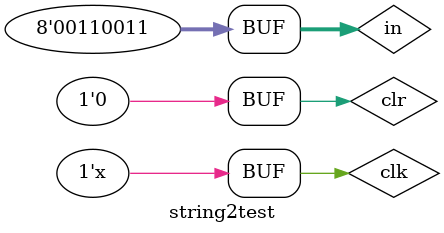
<source format=v>
`timescale 1ns / 1ps


module string2test;

	// Inputs
	reg clk;
	reg clr;
	reg [7:0] in;

	// Outputs
	wire out;

	// Instantiate the Unit Under Test (UUT)
	string2 uut (
		.clk(clk), 
		.clr(clr), 
		.in(in), 
		.out(out)
	);

	initial begin
		// Initialize Inputs
		clk = 0;
		clr = 0;
		in = "1";
		#10
		in = "+";
		#10
		in = "(";
		#10
		in = "2";
		#10
		in = "+";
		#10
		in = "6";
	   #10
		in = ")";
		#10
		in = "*";
		#10
		in = "3";
		

		// Wait 100 ns for global reset to finish       
		// Add stimulus here

	end
   
	always #5 clk = ~clk;
endmodule


</source>
